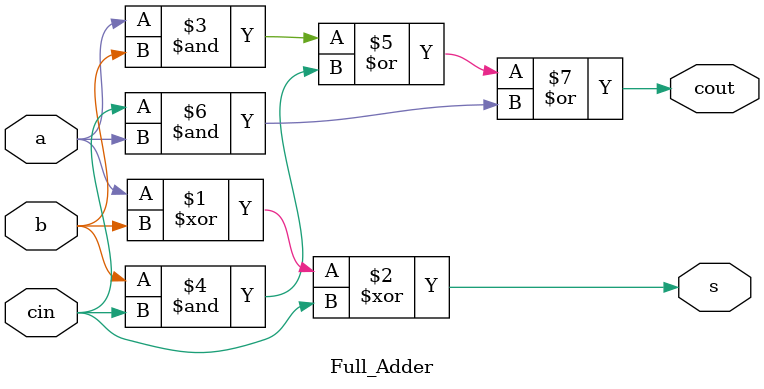
<source format=v>
`timescale 1ns / 1ps

module Full_Adder(
    input a,
    input b,
    input cin,
    output s,
    output cout
    );
    
assign s=(a^b^cin);
assign cout=((a&b)|(b&cin)|(cin&a));

endmodule

</source>
